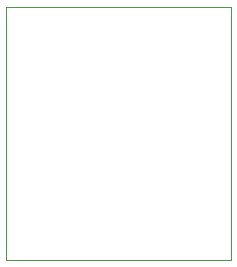
<source format=gbr>
%TF.GenerationSoftware,KiCad,Pcbnew,(6.0.7)*%
%TF.CreationDate,2023-01-27T12:27:14-07:00*%
%TF.ProjectId,JP_MegaDrive_DIN_Mount,4a505f4d-6567-4614-9472-6976655f4449,rev?*%
%TF.SameCoordinates,Original*%
%TF.FileFunction,Profile,NP*%
%FSLAX46Y46*%
G04 Gerber Fmt 4.6, Leading zero omitted, Abs format (unit mm)*
G04 Created by KiCad (PCBNEW (6.0.7)) date 2023-01-27 12:27:14*
%MOMM*%
%LPD*%
G01*
G04 APERTURE LIST*
%TA.AperFunction,Profile*%
%ADD10C,0.050000*%
%TD*%
G04 APERTURE END LIST*
D10*
X118110000Y-100457000D02*
X118110000Y-121920000D01*
X118110000Y-121920000D02*
X137160000Y-121920000D01*
X137160000Y-100457000D02*
X118110000Y-100457000D01*
X137160000Y-121920000D02*
X137160000Y-100457000D01*
M02*

</source>
